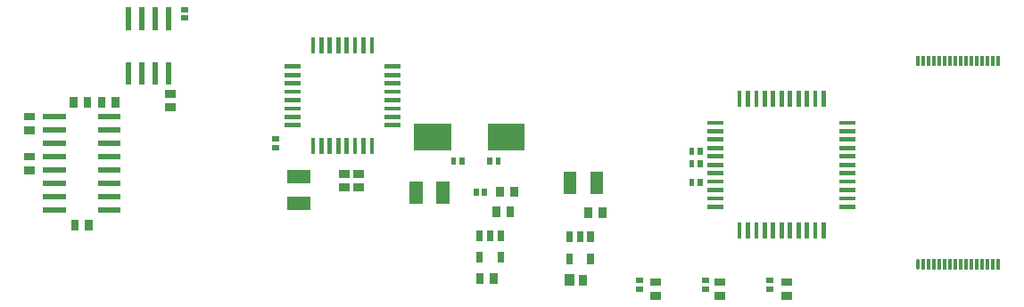
<source format=gbr>
G04 start of page 11 for group -4015 idx -4015 *
G04 Title: (unknown), toppaste *
G04 Creator: pcb 1.99y *
G04 CreationDate: Tue 31 Mar 2009 05:55:46 AM GMT UTC *
G04 For: jean *
G04 Format: Gerber/RS-274X *
G04 PCB-Dimensions: 600000 500000 *
G04 PCB-Coordinate-Origin: lower left *
%MOIN*%
%FSLAX25Y25*%
%LNFRONTPASTE*%
%ADD11C,0.0200*%
%ADD20R,0.0295X0.0295*%
%ADD21R,0.0197X0.0197*%
%ADD29R,0.0200X0.0200*%
%ADD30R,0.0490X0.0490*%
%ADD31R,0.0157X0.0157*%
%ADD32R,0.0345X0.0345*%
%ADD33R,0.0240X0.0240*%
%ADD34R,0.1000X0.1000*%
%ADD35C,0.0120*%
%ADD36R,0.0120X0.0120*%
G54D20*X79508Y452941D02*X80492D01*
X79508Y458059D02*X80492D01*
X285008Y387559D02*X285992D01*
X285008Y382441D02*X285992D01*
X310008Y387559D02*X310992D01*
X310008Y382441D02*X310992D01*
G54D21*X303607Y384926D02*X304393D01*
X303607Y388074D02*X304393D01*
X279607Y384926D02*X280393D01*
X279607Y388074D02*X280393D01*
X255107Y384926D02*X255893D01*
X255107Y388074D02*X255893D01*
G54D11*G36*
X171033Y447003D02*X184970Y446999D01*
X184967Y436999D01*
X171030Y437003D01*
X171033Y447003D01*
G37*
G54D34*X203591Y442001D02*X207528D01*
G54D20*X200859Y389392D02*Y388408D01*
X195741Y389392D02*Y388408D01*
G54D21*X85107Y486426D02*X85893D01*
X85107Y489574D02*X85893D01*
G54D33*X229300Y397000D02*Y395400D01*
X237100Y397000D02*Y395400D01*
Y405200D02*Y403600D01*
X233200Y405200D02*Y403600D01*
X229300Y405200D02*Y403600D01*
G54D20*X207059Y414492D02*Y413508D01*
X201941Y414492D02*Y413508D01*
G54D21*X278074Y432393D02*Y431607D01*
X274926Y432393D02*Y431607D01*
G54D31*X281602Y447248D02*X286028D01*
X281602Y444099D02*X286028D01*
X281602Y440949D02*X286028D01*
X281602Y437800D02*X286028D01*
X281602Y434650D02*X286028D01*
X281602Y431500D02*X286028D01*
X281602Y428351D02*X286028D01*
X281602Y425201D02*X286028D01*
X281602Y422052D02*X286028D01*
X281602Y418902D02*X286028D01*
X281602Y415752D02*X286028D01*
X292752Y409028D02*Y404602D01*
X295901Y409028D02*Y404602D01*
X299051Y409028D02*Y404602D01*
X302200Y409028D02*Y404602D01*
X305350Y409028D02*Y404602D01*
X308500Y409028D02*Y404602D01*
X311649Y409028D02*Y404602D01*
X314799Y409028D02*Y404602D01*
X317948Y409028D02*Y404602D01*
X321098Y409028D02*Y404602D01*
X324248Y409028D02*Y404602D01*
X330972Y415752D02*X335398D01*
X330972Y418901D02*X335398D01*
X330972Y422051D02*X335398D01*
X330972Y425200D02*X335398D01*
X330972Y428350D02*X335398D01*
X330972Y431500D02*X335398D01*
X330972Y434649D02*X335398D01*
X330972Y437799D02*X335398D01*
X330972Y440948D02*X335398D01*
X330972Y444098D02*X335398D01*
X330972Y447248D02*X335398D01*
X324248Y458398D02*Y453972D01*
X321099Y458398D02*Y453972D01*
X317949Y458398D02*Y453972D01*
X314800Y458398D02*Y453972D01*
X311650Y458398D02*Y453972D01*
X308500Y458398D02*Y453972D01*
X305351Y458398D02*Y453972D01*
X302201Y458398D02*Y453972D01*
X299052Y458398D02*Y453972D01*
X295902Y458398D02*Y453972D01*
X292752Y458398D02*Y453972D01*
X160966Y446277D02*X165392D01*
X160966Y449426D02*X165392D01*
X160966Y452576D02*X165392D01*
X160966Y455725D02*X165392D01*
X160966Y458875D02*X165392D01*
X160966Y462025D02*X165392D01*
X160966Y465174D02*X165392D01*
X160966Y468324D02*X165392D01*
X155423Y478292D02*Y473866D01*
X152274Y478292D02*Y473866D01*
X149124Y478292D02*Y473866D01*
X145975Y478292D02*Y473866D01*
X142825Y478292D02*Y473866D01*
X139675Y478292D02*Y473866D01*
X136526Y478292D02*Y473866D01*
X133376Y478292D02*Y473866D01*
X123408Y468323D02*X127834D01*
X123408Y465174D02*X127834D01*
X123408Y462024D02*X127834D01*
X123408Y458875D02*X127834D01*
X123408Y455725D02*X127834D01*
X123408Y452575D02*X127834D01*
X123408Y449426D02*X127834D01*
X123408Y446276D02*X127834D01*
X133377Y440734D02*Y436308D01*
X136526Y440734D02*Y436308D01*
X139676Y440734D02*Y436308D01*
X142825Y440734D02*Y436308D01*
X145975Y440734D02*Y436308D01*
X149125Y440734D02*Y436308D01*
X152274Y440734D02*Y436308D01*
X155424Y440734D02*Y436308D01*
G54D20*X27008Y429441D02*X27992D01*
X27008Y434559D02*X27992D01*
G54D33*X195700Y397600D02*Y396000D01*
X203500Y397600D02*Y396000D01*
Y405800D02*Y404200D01*
X199600Y405800D02*Y404200D01*
X195700Y405800D02*Y404200D01*
G54D21*X278074Y425393D02*Y424607D01*
X274926Y425393D02*Y424607D01*
G54D35*X359500Y395500D02*Y392900D01*
G54D36*X361500Y395500D02*Y392900D01*
X363500Y395500D02*Y392900D01*
X365500Y395500D02*Y392900D01*
X367500Y395500D02*Y392900D01*
X369500Y395500D02*Y392900D01*
X371500Y395500D02*Y392900D01*
X373500Y395500D02*Y392900D01*
X375500Y395500D02*Y392900D01*
X377500Y395500D02*Y392900D01*
X379500Y395500D02*Y392900D01*
X381500Y395500D02*Y392900D01*
X383500Y395500D02*Y392900D01*
X385500Y395500D02*Y392900D01*
X387500Y395500D02*Y392900D01*
X389500Y395500D02*Y392900D01*
Y471600D02*Y469000D01*
X387500Y471600D02*Y469000D01*
X385500Y471600D02*Y469000D01*
X383500Y471600D02*Y469000D01*
X381500Y471600D02*Y469000D01*
X379500Y471600D02*Y469000D01*
X377500Y471600D02*Y469000D01*
X375500Y471600D02*Y469000D01*
X373500Y471600D02*Y469000D01*
X371500Y471600D02*Y469000D01*
X369500Y471600D02*Y469000D01*
X367500Y471600D02*Y469000D01*
X365500Y471600D02*Y469000D01*
X363500Y471600D02*Y469000D01*
X361500Y471600D02*Y469000D01*
X359500Y471600D02*Y469000D01*
G54D30*X126200Y427000D02*X129800D01*
X126200Y417000D02*X129800D01*
G54D20*X234359Y388792D02*Y387808D01*
G54D32*X229241Y388792D02*Y387808D01*
G54D20*X27008Y449559D02*X27992D01*
X27008Y444441D02*X27992D01*
G54D29*X33500Y449500D02*X40000D01*
X33500Y444500D02*X40000D01*
X33500Y439500D02*X40000D01*
X33500Y434500D02*X40000D01*
X33500Y429500D02*X40000D01*
X33500Y424500D02*X40000D01*
X33500Y419500D02*X40000D01*
X33500Y414500D02*X40000D01*
X54000D02*X60500D01*
X54000Y419500D02*X60500D01*
X54000Y424500D02*X60500D01*
X54000Y429500D02*X60500D01*
X54000Y434500D02*X60500D01*
X54000Y439500D02*X60500D01*
X54000Y444500D02*X60500D01*
X54000Y449500D02*X60500D01*
G54D20*X203341Y421892D02*Y420908D01*
X208459Y421892D02*Y420908D01*
G54D21*X199426Y433393D02*Y432607D01*
X202574Y433393D02*Y432607D01*
G54D20*X241459Y414092D02*Y413108D01*
X236341Y414092D02*Y413108D01*
G54D30*X229400Y426600D02*Y423000D01*
X239400Y426600D02*Y423000D01*
G54D21*X119107Y441074D02*X119893D01*
X119107Y437926D02*X119893D01*
G54D20*X49559Y409492D02*Y408508D01*
X44441Y409492D02*Y408508D01*
X150008Y422941D02*X150992D01*
X150008Y428059D02*X150992D01*
G54D30*X182000Y422800D02*Y419200D01*
X172000Y422800D02*Y419200D01*
G54D20*X144508Y422941D02*X145492D01*
X144508Y428059D02*X145492D01*
X49059Y455492D02*Y454508D01*
X43941Y455492D02*Y454508D01*
G54D29*X79500Y489500D02*Y483000D01*
X74500Y489500D02*Y483000D01*
X69500Y489500D02*Y483000D01*
X64500Y489500D02*Y483000D01*
Y469000D02*Y462500D01*
X69500Y469000D02*Y462500D01*
X74500Y469000D02*Y462500D01*
X79500Y469000D02*Y462500D01*
G54D20*X261008Y387559D02*X261992D01*
X261008Y382441D02*X261992D01*
G54D21*X197474Y421693D02*Y420907D01*
X194326Y421693D02*Y420907D01*
G54D20*X59559Y455492D02*Y454508D01*
X54441Y455492D02*Y454508D01*
G54D21*X189074Y433393D02*Y432607D01*
X185926Y433393D02*Y432607D01*
X278074Y436893D02*Y436107D01*
X274926Y436893D02*Y436107D01*
M02*

</source>
